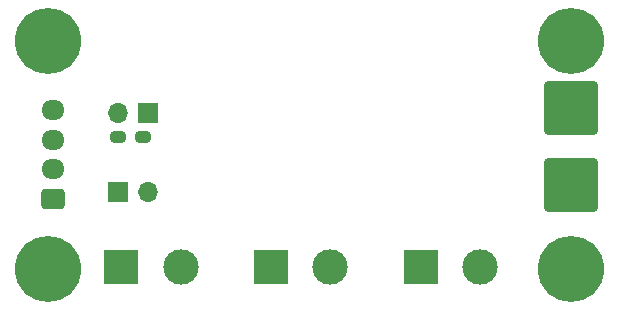
<source format=gbs>
G04 #@! TF.GenerationSoftware,KiCad,Pcbnew,7.0.9*
G04 #@! TF.CreationDate,2024-06-29T16:21:15+09:00*
G04 #@! TF.ProjectId,CAN_hab,43414e5f-6861-4622-9e6b-696361645f70,rev?*
G04 #@! TF.SameCoordinates,Original*
G04 #@! TF.FileFunction,Soldermask,Bot*
G04 #@! TF.FilePolarity,Negative*
%FSLAX46Y46*%
G04 Gerber Fmt 4.6, Leading zero omitted, Abs format (unit mm)*
G04 Created by KiCad (PCBNEW 7.0.9) date 2024-06-29 16:21:15*
%MOMM*%
%LPD*%
G01*
G04 APERTURE LIST*
G04 Aperture macros list*
%AMRoundRect*
0 Rectangle with rounded corners*
0 $1 Rounding radius*
0 $2 $3 $4 $5 $6 $7 $8 $9 X,Y pos of 4 corners*
0 Add a 4 corners polygon primitive as box body*
4,1,4,$2,$3,$4,$5,$6,$7,$8,$9,$2,$3,0*
0 Add four circle primitives for the rounded corners*
1,1,$1+$1,$2,$3*
1,1,$1+$1,$4,$5*
1,1,$1+$1,$6,$7*
1,1,$1+$1,$8,$9*
0 Add four rect primitives between the rounded corners*
20,1,$1+$1,$2,$3,$4,$5,0*
20,1,$1+$1,$4,$5,$6,$7,0*
20,1,$1+$1,$6,$7,$8,$9,0*
20,1,$1+$1,$8,$9,$2,$3,0*%
G04 Aperture macros list end*
%ADD10R,3.000000X3.000000*%
%ADD11C,3.000000*%
%ADD12C,1.000000*%
%ADD13C,5.600000*%
%ADD14R,1.700000X1.700000*%
%ADD15O,1.700000X1.700000*%
%ADD16RoundRect,0.250000X0.725000X-0.600000X0.725000X0.600000X-0.725000X0.600000X-0.725000X-0.600000X0*%
%ADD17O,1.950000X1.700000*%
%ADD18RoundRect,0.237500X-0.400000X-0.237500X0.400000X-0.237500X0.400000X0.237500X-0.400000X0.237500X0*%
%ADD19RoundRect,0.225000X2.025000X-2.025000X2.025000X2.025000X-2.025000X2.025000X-2.025000X-2.025000X0*%
%ADD20C,1.600000*%
G04 APERTURE END LIST*
D10*
X164848000Y-109439000D03*
D11*
X169848000Y-109439000D03*
D10*
X152148000Y-109439000D03*
D11*
X157148000Y-109439000D03*
D12*
X131090000Y-109589000D03*
X131734370Y-108033370D03*
X131734370Y-111144630D03*
X133290000Y-107389000D03*
D13*
X133290000Y-109589000D03*
D12*
X133290000Y-111789000D03*
X134845630Y-108033370D03*
X134845630Y-111144630D03*
X135490000Y-109589000D03*
X175390000Y-90289000D03*
X176034370Y-88733370D03*
X176034370Y-91844630D03*
X177590000Y-88089000D03*
D13*
X177590000Y-90289000D03*
D12*
X177590000Y-92489000D03*
X179145630Y-88733370D03*
X179145630Y-91844630D03*
X179790000Y-90289000D03*
D10*
X139528000Y-109439000D03*
D11*
X144528000Y-109439000D03*
D14*
X139240000Y-103124000D03*
D15*
X141780000Y-103124000D03*
D16*
X133740000Y-103689000D03*
D17*
X133740000Y-101189000D03*
X133740000Y-98689000D03*
X133740000Y-96189000D03*
D12*
X175390000Y-109589000D03*
X176034370Y-108033370D03*
X176034370Y-111144630D03*
X177590000Y-107389000D03*
D13*
X177590000Y-109589000D03*
D12*
X177590000Y-111789000D03*
X179145630Y-108033370D03*
X179145630Y-111144630D03*
X179790000Y-109589000D03*
X131120000Y-90289000D03*
X131764370Y-88733370D03*
X131764370Y-91844630D03*
X133320000Y-88089000D03*
D13*
X133320000Y-90289000D03*
D12*
X133320000Y-92489000D03*
X134875630Y-88733370D03*
X134875630Y-91844630D03*
X135520000Y-90289000D03*
D14*
X141780000Y-96439000D03*
D15*
X139240000Y-96439000D03*
D18*
X139240000Y-98439000D03*
X141365000Y-98439000D03*
D19*
X177548000Y-96011000D03*
D20*
X177548000Y-96011000D03*
D19*
X177548000Y-102511000D03*
D20*
X177548000Y-102511000D03*
M02*

</source>
